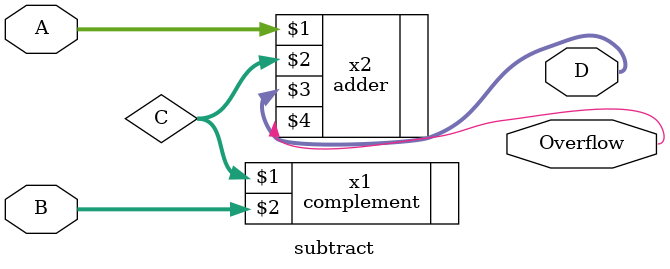
<source format=v>
`include "complement.v"

module subtract(D,Overflow,A,B);

    input [63:0] A;
    input [63:0] B;

    output [63:0] D;
    output Overflow;

    wire [63:0] C;

    complement x1(C,B);
    adder x2(A,C,D,Overflow);

endmodule

</source>
